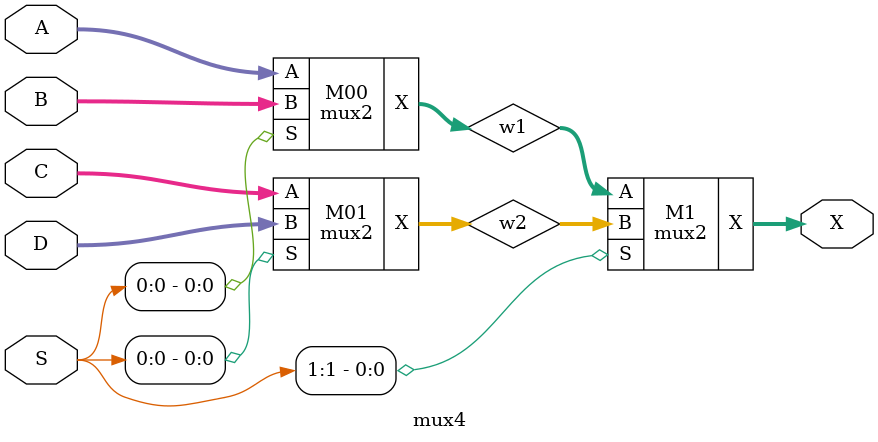
<source format=sv>
module mux2
#(parameter n=8)
(input logic [n-1:0] A,B,
input logic S,
output logic [n-1:0] X);
assign X=S?A:B;
endmodule

module mux4
#(parameter n=8)
(input logic [n-1:0] A,B,C,D,
input logic [1:0] S,
output logic [n-1:0] X);
logic [n-1:0] w1,w2;
mux2 M00(A,B,S[0],w1);
mux2 M01(C,D,S[0],w2);
mux2 M1 (w1,w2,S[1],X);
endmodule


</source>
